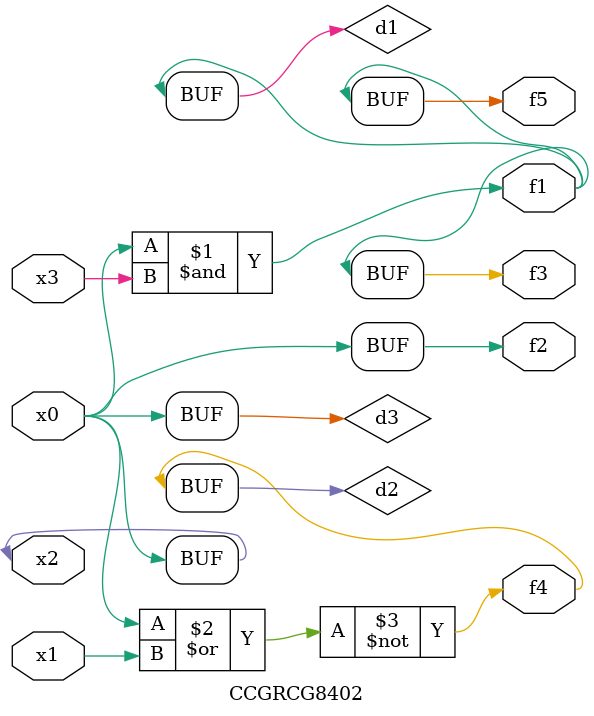
<source format=v>
module CCGRCG8402(
	input x0, x1, x2, x3,
	output f1, f2, f3, f4, f5
);

	wire d1, d2, d3;

	and (d1, x2, x3);
	nor (d2, x0, x1);
	buf (d3, x0, x2);
	assign f1 = d1;
	assign f2 = d3;
	assign f3 = d1;
	assign f4 = d2;
	assign f5 = d1;
endmodule

</source>
